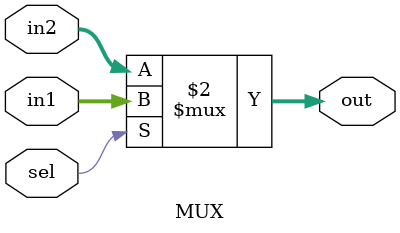
<source format=v>
module MUX(
        input [31:0] in1, in2,
        input        sel,
        output reg [31:0]  out
    );
    
    always @ (in1, in2, sel)
    begin
        out = sel ? in1 : in2;
    end
endmodule

</source>
